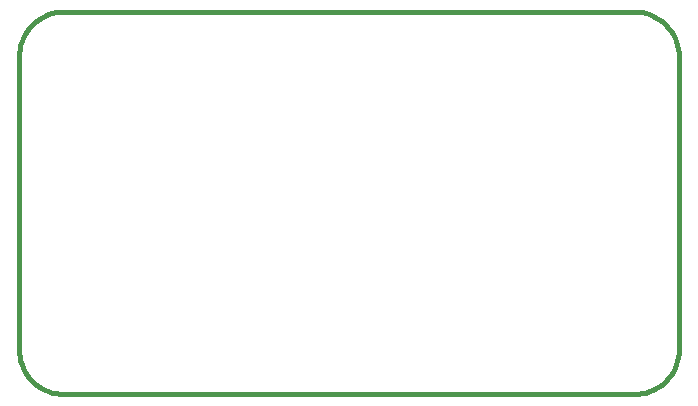
<source format=gbr>
G04 (created by PCBNEW-RS274X (2012-01-19 BZR 3256)-stable) date 7/25/2012 10:56:43 AM*
G01*
G70*
G90*
%MOIN*%
G04 Gerber Fmt 3.4, Leading zero omitted, Abs format*
%FSLAX34Y34*%
G04 APERTURE LIST*
%ADD10C,0.006000*%
%ADD11C,0.015000*%
G04 APERTURE END LIST*
G54D10*
G54D11*
X72510Y-35010D02*
X72510Y-44760D01*
X52010Y-46260D02*
X71010Y-46260D01*
X71010Y-46260D02*
X71140Y-46254D01*
X71270Y-46237D01*
X71398Y-46208D01*
X71523Y-46169D01*
X71643Y-46119D01*
X71760Y-46059D01*
X71870Y-45988D01*
X71974Y-45909D01*
X72070Y-45820D01*
X72159Y-45724D01*
X72238Y-45620D01*
X72309Y-45509D01*
X72369Y-45393D01*
X72419Y-45273D01*
X72458Y-45148D01*
X72487Y-45020D01*
X72504Y-44890D01*
X72510Y-44760D01*
X50510Y-44760D02*
X50510Y-35010D01*
X50510Y-44760D02*
X50516Y-44890D01*
X50533Y-45020D01*
X50562Y-45148D01*
X50601Y-45273D01*
X50651Y-45393D01*
X50711Y-45509D01*
X50782Y-45620D01*
X50861Y-45724D01*
X50950Y-45820D01*
X51046Y-45909D01*
X51150Y-45988D01*
X51261Y-46059D01*
X51377Y-46119D01*
X51497Y-46169D01*
X51622Y-46208D01*
X51750Y-46237D01*
X51880Y-46254D01*
X52010Y-46260D01*
X52010Y-33510D02*
X71010Y-33510D01*
X72510Y-35010D02*
X72504Y-34880D01*
X72487Y-34750D01*
X72458Y-34622D01*
X72419Y-34497D01*
X72369Y-34377D01*
X72309Y-34261D01*
X72238Y-34150D01*
X72159Y-34046D01*
X72070Y-33950D01*
X71974Y-33861D01*
X71870Y-33782D01*
X71760Y-33711D01*
X71643Y-33651D01*
X71523Y-33601D01*
X71398Y-33562D01*
X71270Y-33533D01*
X71140Y-33516D01*
X71010Y-33510D01*
X52010Y-33510D02*
X51880Y-33516D01*
X51750Y-33533D01*
X51622Y-33562D01*
X51497Y-33601D01*
X51377Y-33651D01*
X51261Y-33711D01*
X51150Y-33782D01*
X51046Y-33861D01*
X50950Y-33950D01*
X50861Y-34046D01*
X50782Y-34150D01*
X50711Y-34261D01*
X50651Y-34377D01*
X50601Y-34497D01*
X50562Y-34622D01*
X50533Y-34750D01*
X50516Y-34880D01*
X50510Y-35010D01*
M02*

</source>
